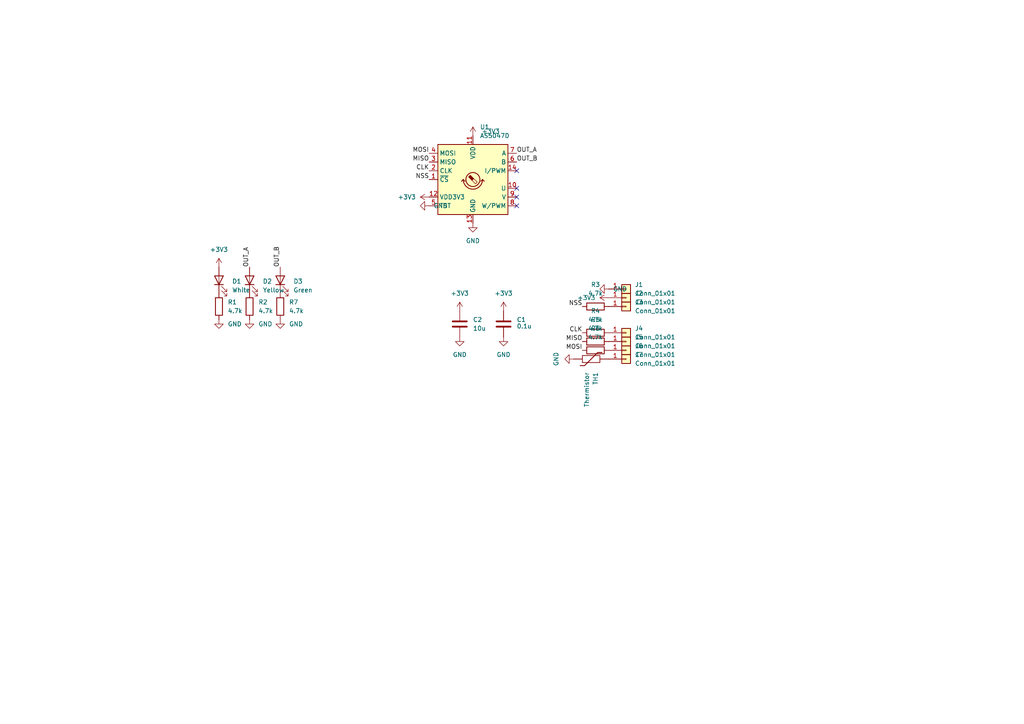
<source format=kicad_sch>
(kicad_sch (version 20211123) (generator eeschema)
  (paper "A4")
  (lib_symbols
    (symbol "Connector_Generic:Conn_01x01" (pin_names (offset 1.016) hide)
      (property "Reference" "J" (at 0 2.54 0))
      (property "Value" "Conn_01x01" (at 0 -2.54 0))
      (symbol "Conn_01x01_1_1"
        (rectangle (start -1.27 0.127) (end 0 -0.127) (stroke (width 0.1524)))
        (rectangle (start -1.27 1.27) (end 1.27 -1.27) (stroke (width 0.254)) (fill (type background)))
        (pin passive line (at -5.08 0 0) (length 3.81) (name "Pin_1") (number "1"))
      )
    )
    (symbol "Device:C" (pin_numbers hide) (pin_names (offset 0.254))
      (property "Reference" "C" (at 0.635 2.54 0))
      (property "Value" "C" (at 0.635 -2.54 0))
      (symbol "C_0_1"
        (polyline (pts (xy -2.032 -0.762) (xy 2.032 -0.762)) (stroke (width 0.508)))
        (polyline (pts (xy -2.032 0.762) (xy 2.032 0.762)) (stroke (width 0.508)))
      )
      (symbol "C_1_1"
        (pin passive line (at 0 3.81 270) (length 2.794) (name "~") (number "1"))
        (pin passive line (at 0 -3.81 90) (length 2.794) (name "~") (number "2"))
      )
    )
    (symbol "Device:LED" (pin_numbers hide) (pin_names (offset 1.016) hide)
      (property "Reference" "D" (at 0 2.54 0))
      (property "Value" "LED" (at 0 -2.54 0))
      (symbol "LED_0_1"
        (polyline (pts (xy -1.27 -1.27) (xy -1.27 1.27)) (stroke (width 0.254)))
        (polyline (pts (xy -1.27 0) (xy 1.27 0)))
        (polyline (pts (xy 1.27 -1.27) (xy 1.27 1.27) (xy -1.27 0) (xy 1.27 -1.27)) (stroke (width 0.254)))
        (polyline (pts (xy -3.048 -0.762) (xy -4.572 -2.286) (xy -3.81 -2.286) (xy -4.572 -2.286) (xy -4.572 -1.524)))
        (polyline (pts (xy -1.778 -0.762) (xy -3.302 -2.286) (xy -2.54 -2.286) (xy -3.302 -2.286) (xy -3.302 -1.524)))
      )
      (symbol "LED_1_1"
        (pin passive line (at -3.81 0 0) (length 2.54) (name "K") (number "1"))
        (pin passive line (at 3.81 0 180) (length 2.54) (name "A") (number "2"))
      )
    )
    (symbol "Device:R" (pin_numbers hide) (pin_names (offset 0))
      (property "Reference" "R" (at 2.032 0 90))
      (property "Value" "R" (at 0 0 90))
      (symbol "R_0_1"
        (rectangle (start -1.016 -2.54) (end 1.016 2.54) (stroke (width 0.254)))
      )
      (symbol "R_1_1"
        (pin passive line (at 0 3.81 270) (length 1.27) (name "~") (number "1"))
        (pin passive line (at 0 -3.81 90) (length 1.27) (name "~") (number "2"))
      )
    )
    (symbol "Device:Thermistor" (pin_numbers hide) (pin_names (offset 0))
      (property "Reference" "TH" (at 2.54 1.27 90))
      (property "Value" "Thermistor" (at -2.54 0 90))
      (symbol "Thermistor_0_1"
        (rectangle (start -1.016 2.54) (end 1.016 -2.54) (stroke (width 0.2032)))
        (polyline (pts (xy -1.905 3.175) (xy -1.905 1.905) (xy 1.905 -1.905) (xy 1.905 -3.175) (xy 1.905 -3.175)) (stroke (width 0.254)))
      )
      (symbol "Thermistor_1_1"
        (pin passive line (at 0 5.08 270) (length 2.54) (name "~") (number "1"))
        (pin passive line (at 0 -5.08 90) (length 2.54) (name "~") (number "2"))
      )
    )
    (symbol "Sensor_Magnetic:AS5047D"
      (property "Reference" "U" (at -8.89 11.43 0))
      (property "Value" "AS5047D" (at 5.08 11.43 0))
      (symbol "AS5047D_1_1"
        (rectangle (start -10.16 10.16) (end 10.16 -10.16) (stroke (width 0.254)) (fill (type background)))
        (arc (start -2.794 0) (mid 0 -2.794) (end 2.794 0) (stroke (width 0.254)))
        (polyline (pts (xy -2.794 0) (xy -3.302 -0.508)) (stroke (width 0.254)))
        (polyline (pts (xy -2.794 0) (xy -2.286 -0.508)) (stroke (width 0.254)))
        (polyline (pts (xy 2.794 0) (xy 2.286 -0.508)) (stroke (width 0.254)))
        (polyline (pts (xy 2.794 0) (xy 3.302 -0.508)) (stroke (width 0.254)))
        (polyline (pts (xy 0.254 0.254) (xy 1.27 -0.762) (xy 0.762 -1.27) (xy -0.254 -0.254)))
        (polyline (pts (xy -0.762 1.27) (xy 0.254 0.254) (xy -0.254 -0.254) (xy -1.27 0.762) (xy -1.016 1.016) (xy -0.762 1.27) (xy -0.635 1.143)) (fill (type outline)))
        (circle (center 0 0) (radius 2.032) (stroke (width 0.254)))
        (pin input line (at -12.7 0 0) (length 2.54) (name "~{CS}") (number "1"))
        (pin output line (at 12.7 -2.54 180) (length 2.54) (name "U") (number "10"))
        (pin power_in line (at 0 12.7 270) (length 2.54) (name "VDD") (number "11"))
        (pin power_out line (at -12.7 -5.08 0) (length 2.54) (name "VDD3V3") (number "12"))
        (pin power_in line (at 0 -12.7 90) (length 2.54) (name "GND") (number "13"))
        (pin output line (at 12.7 2.54 180) (length 2.54) (name "I/PWM") (number "14"))
        (pin input line (at -12.7 2.54 0) (length 2.54) (name "CLK") (number "2"))
        (pin output line (at -12.7 5.08 0) (length 2.54) (name "MISO") (number "3"))
        (pin input line (at -12.7 7.62 0) (length 2.54) (name "MOSI") (number "4"))
        (pin input line (at -12.7 -7.62 0) (length 2.54) (name "TST") (number "5"))
        (pin output line (at 12.7 5.08 180) (length 2.54) (name "B") (number "6"))
        (pin output line (at 12.7 7.62 180) (length 2.54) (name "A") (number "7"))
        (pin output line (at 12.7 -7.62 180) (length 2.54) (name "W/PWM") (number "8"))
        (pin output line (at 12.7 -5.08 180) (length 2.54) (name "V") (number "9"))
      )
    )
    (symbol "power:+3.3V" (power) (pin_names (offset 0))
      (property "Value" "+3.3V" (at 0 3.556 0))
      (symbol "+3.3V_0_1"
        (polyline (pts (xy -0.762 1.27) (xy 0 2.54)))
        (polyline (pts (xy 0 0) (xy 0 2.54)))
        (polyline (pts (xy 0 2.54) (xy 0.762 1.27)))
      )
      (symbol "+3.3V_1_1"
        (pin power_in line (at 0 0 90) (length 0) hide (name "+3V3") (number "1"))
      )
    )
    (symbol "power:GND" (power) (pin_names (offset 0))
      (property "Value" "GND" (at 0 -3.81 0))
      (symbol "GND_0_1"
        (polyline (pts (xy 0 0) (xy 0 -1.27) (xy 1.27 -1.27) (xy 0 -2.54) (xy -1.27 -1.27) (xy 0 -1.27)))
      )
      (symbol "GND_1_1"
        (pin power_in line (at 0 0 270) (length 0) hide (name "GND") (number "1"))
      )
    )
  )
  (no_connect (at 149.86 59.69))
  (no_connect (at 149.86 54.61))
  (no_connect (at 149.86 57.15))
  (no_connect (at 149.86 49.53))
  (label "MOSI" (at 124.46 44.45 180))
  (label "NSS" (at 168.91 88.9 180))
  (label "MISO" (at 168.91 99.06 180))
  (label "MISO" (at 124.46 46.99 180))
  (label "OUT_A" (at 149.86 44.45 0))
  (label "OUT_B" (at 149.86 46.99 0))
  (label "MOSI" (at 168.91 101.6 180))
  (label "OUT_B" (at 81.28 77.47 90))
  (label "CLK" (at 124.46 49.53 180))
  (label "CLK" (at 168.91 96.52 180))
  (label "OUT_A" (at 72.39 77.47 90))
  (label "NSS" (at 124.46 52.07 180))
  (symbol (lib_id "Device:R") (at 172.72 101.6 90) (unit 1)
    (property "Reference" "R6" (at 172.72 95.25 90))
    (property "Value" "4.7k" (at 172.72 97.79 90))
    (property "Footprint" "Resistor_SMD:R_0603_1608Metric" (effects hide))
  )
  (symbol (lib_id "Connector_Generic:Conn_01x01") (at 181.61 101.6 0) (unit 1)
    (property "Reference" "J6" (at 184.15 100.3299 0) (effects (justify left)))
    (property "Value" "Conn_01x01" (at 184.15 102.8699 0) (effects (justify left)))
    (property "Footprint" "user:WireSoldingPad" (effects hide))
  )
  (symbol (lib_id "Device:R") (at 72.39 88.9 0) (unit 1)
    (property "Reference" "R2" (at 74.93 87.6299 0) (effects (justify left)))
    (property "Value" "4.7k" (at 74.93 90.1699 0) (effects (justify left)))
    (property "Footprint" "Resistor_SMD:R_0603_1608Metric" (effects hide))
  )
  (symbol (lib_id "power:GND") (at 81.28 92.71 0) (unit 1)
    (property "Reference" "#PWR07" (effects hide))
    (property "Value" "GND" (at 83.82 93.9799 0) (effects (justify left)))
  )
  (symbol (lib_id "Connector_Generic:Conn_01x01") (at 181.61 83.82 0) (unit 1)
    (property "Reference" "J1" (at 184.15 82.5499 0) (effects (justify left)))
    (property "Value" "Conn_01x01" (at 184.15 85.0899 0) (effects (justify left)))
    (property "Footprint" "user:WireSoldingPad" (effects hide))
  )
  (symbol (lib_id "Device:LED") (at 72.39 81.28 90) (unit 1)
    (property "Reference" "D2" (at 76.2 81.5974 90) (effects (justify right)))
    (property "Value" "Yellow" (at 76.2 84.1374 90) (effects (justify right)))
    (property "Footprint" "LED_SMD:LED_0603_1608Metric" (effects hide))
  )
  (symbol (lib_id "Device:R") (at 63.5 88.9 0) (unit 1)
    (property "Reference" "R1" (at 66.04 87.6299 0) (effects (justify left)))
    (property "Value" "4.7k" (at 66.04 90.1699 0) (effects (justify left)))
    (property "Footprint" "Resistor_SMD:R_0603_1608Metric" (effects hide))
  )
  (symbol (lib_id "Connector_Generic:Conn_01x01") (at 181.61 104.14 0) (unit 1)
    (property "Reference" "J7" (at 184.15 102.8699 0) (effects (justify left)))
    (property "Value" "Conn_01x01" (at 184.15 105.4099 0) (effects (justify left)))
    (property "Footprint" "user:WireSoldingPad" (effects hide))
  )
  (symbol (lib_id "Device:LED") (at 81.28 81.28 90) (unit 1)
    (property "Reference" "D3" (at 85.09 81.5974 90) (effects (justify right)))
    (property "Value" "Green" (at 85.09 84.1374 90) (effects (justify right)))
    (property "Footprint" "LED_SMD:LED_0603_1608Metric" (effects hide))
  )
  (symbol (lib_id "Device:LED") (at 63.5 81.28 90) (unit 1)
    (property "Reference" "D1" (at 67.31 81.5974 90) (effects (justify right)))
    (property "Value" "White" (at 67.31 84.1374 90) (effects (justify right)))
    (property "Footprint" "LED_SMD:LED_0603_1608Metric" (effects hide))
  )
  (symbol (lib_id "Device:R") (at 81.28 88.9 0) (unit 1)
    (property "Reference" "R7" (at 83.82 87.6299 0) (effects (justify left)))
    (property "Value" "4.7k" (at 83.82 90.1699 0) (effects (justify left)))
    (property "Footprint" "Resistor_SMD:R_0603_1608Metric" (effects hide))
  )
  (symbol (lib_id "Device:R") (at 172.72 99.06 90) (unit 1)
    (property "Reference" "R5" (at 172.72 92.71 90))
    (property "Value" "4.7k" (at 172.72 95.25 90))
    (property "Footprint" "Resistor_SMD:R_0603_1608Metric" (effects hide))
  )
  (symbol (lib_id "Device:R") (at 172.72 88.9 90) (unit 1)
    (property "Reference" "R3" (at 172.72 82.55 90))
    (property "Value" "4.7k" (at 172.72 85.09 90))
    (property "Footprint" "Resistor_SMD:R_0603_1608Metric" (effects hide))
  )
  (symbol (lib_id "Device:C") (at 146.05 93.98 0) (unit 1)
    (property "Reference" "C1" (at 149.86 92.7099 0) (effects (justify left)))
    (property "Value" "0.1u" (at 149.86 94.615 0) (effects (justify left)))
    (property "Footprint" "Capacitor_SMD:C_0603_1608Metric" (effects hide))
  )
  (symbol (lib_id "power:+3.3V") (at 137.16 39.37 0) (unit 1)
    (property "Reference" "#PWR0102" (effects hide))
    (property "Value" "+3.3V" (at 139.7 38.0999 0) (effects (justify left)))
  )
  (symbol (lib_id "Device:Thermistor") (at 171.45 104.14 270) (unit 1)
    (property "Reference" "TH1" (at 172.7201 107.95 0) (effects (justify left)))
    (property "Value" "Thermistor" (at 170.1801 107.95 0) (effects (justify left)))
    (property "Footprint" "Resistor_SMD:R_0603_1608Metric" (effects hide))
  )
  (symbol (lib_id "power:+3.3V") (at 146.05 90.17 0) (unit 1)
    (property "Reference" "#PWR08" (effects hide))
    (property "Value" "+3.3V" (at 146.05 85.09 0))
  )
  (symbol (lib_id "Device:R") (at 172.72 96.52 90) (unit 1)
    (property "Reference" "R4" (at 172.72 90.17 90))
    (property "Value" "4.7k" (at 172.72 92.71 90))
    (property "Footprint" "Resistor_SMD:R_0603_1608Metric" (effects hide))
  )
  (symbol (lib_id "power:GND") (at 137.16 64.77 0) (unit 1)
    (property "Reference" "#PWR0101" (effects hide))
    (property "Value" "GND" (at 137.16 69.85 0))
  )
  (symbol (lib_id "Sensor_Magnetic:AS5047D") (at 137.16 52.07 0) (unit 1)
    (property "Reference" "U1" (at 139.1794 36.83 0) (effects (justify left)))
    (property "Value" "AS5047D" (at 139.1794 39.37 0) (effects (justify left)))
    (property "Footprint" "Package_SO:TSSOP-14_4.4x5mm_P0.65mm" (effects hide))
    (property "Datasheet" "https://ams.com/documents/20143/36005/AS5047D_DS000394_2-00.pdf" (effects hide))
  )
  (symbol (lib_id "Connector_Generic:Conn_01x01") (at 181.61 96.52 0) (unit 1)
    (property "Reference" "J4" (at 184.15 95.2499 0) (effects (justify left)))
    (property "Value" "Conn_01x01" (at 184.15 97.7899 0) (effects (justify left)))
    (property "Footprint" "user:WireSoldingPad" (effects hide))
  )
  (symbol (lib_id "power:GND") (at 72.39 92.71 0) (unit 1)
    (property "Reference" "#PWR03" (effects hide))
    (property "Value" "GND" (at 74.93 93.9799 0) (effects (justify left)))
  )
  (symbol (lib_id "power:+3.3V") (at 176.53 86.36 90) (unit 1)
    (property "Reference" "#PWR011" (effects hide))
    (property "Value" "+3.3V" (at 172.72 86.3599 90) (effects (justify left)))
  )
  (symbol (lib_id "power:+3.3V") (at 63.5 77.47 0) (unit 1)
    (property "Reference" "#PWR01" (effects hide))
    (property "Value" "+3.3V" (at 63.5 72.39 0))
  )
  (symbol (lib_id "power:GND") (at 124.46 59.69 270) (unit 1)
    (property "Reference" "#PWR?" (effects hide))
    (property "Value" "GND" (at 125.73 59.6899 90) (effects (justify left)))
  )
  (symbol (lib_id "power:GND") (at 166.37 104.14 270) (unit 1)
    (property "Reference" "#PWR012" (effects hide))
    (property "Value" "GND" (at 161.29 104.14 0))
  )
  (symbol (lib_id "power:+3.3V") (at 133.35 90.17 0) (unit 1)
    (property "Reference" "#PWR04" (effects hide))
    (property "Value" "+3.3V" (at 133.35 85.09 0))
  )
  (symbol (lib_id "power:GND") (at 146.05 97.79 0) (unit 1)
    (property "Reference" "#PWR09" (effects hide))
    (property "Value" "GND" (at 146.05 102.87 0))
  )
  (symbol (lib_id "Connector_Generic:Conn_01x01") (at 181.61 86.36 0) (unit 1)
    (property "Reference" "J2" (at 184.15 85.0899 0) (effects (justify left)))
    (property "Value" "Conn_01x01" (at 184.15 87.6299 0) (effects (justify left)))
    (property "Footprint" "user:WireSoldingPad" (effects hide))
  )
  (symbol (lib_id "power:GND") (at 176.53 83.82 270) (unit 1)
    (property "Reference" "#PWR010" (effects hide))
    (property "Value" "GND" (at 177.8 83.8199 90) (effects (justify left)))
  )
  (symbol (lib_id "Connector_Generic:Conn_01x01") (at 181.61 99.06 0) (unit 1)
    (property "Reference" "J5" (at 184.15 97.7899 0) (effects (justify left)))
    (property "Value" "Conn_01x01" (at 184.15 100.3299 0) (effects (justify left)))
    (property "Footprint" "user:WireSoldingPad" (effects hide))
  )
  (symbol (lib_id "Device:C") (at 133.35 93.98 0) (unit 1)
    (property "Reference" "C2" (at 137.16 92.7099 0) (effects (justify left)))
    (property "Value" "10u" (at 137.16 95.2499 0) (effects (justify left)))
    (property "Footprint" "Capacitor_SMD:C_0603_1608Metric" (effects hide))
  )
  (symbol (lib_id "power:GND") (at 133.35 97.79 0) (unit 1)
    (property "Reference" "#PWR05" (effects hide))
    (property "Value" "GND" (at 133.35 102.87 0))
  )
  (symbol (lib_id "power:+3.3V") (at 124.46 57.15 90) (unit 1)
    (property "Reference" "#PWR06" (effects hide))
    (property "Value" "+3.3V" (at 120.65 57.1499 90) (effects (justify left)))
  )
  (symbol (lib_id "Connector_Generic:Conn_01x01") (at 181.61 88.9 0) (unit 1)
    (property "Reference" "J3" (at 184.15 87.6299 0) (effects (justify left)))
    (property "Value" "Conn_01x01" (at 184.15 90.1699 0) (effects (justify left)))
    (property "Footprint" "user:WireSoldingPad" (effects hide))
  )
  (symbol (lib_id "power:GND") (at 63.5 92.71 0) (unit 1)
    (property "Reference" "#PWR02" (effects hide))
    (property "Value" "GND" (at 66.04 93.9799 0) (effects (justify left)))
  )
)
</source>
